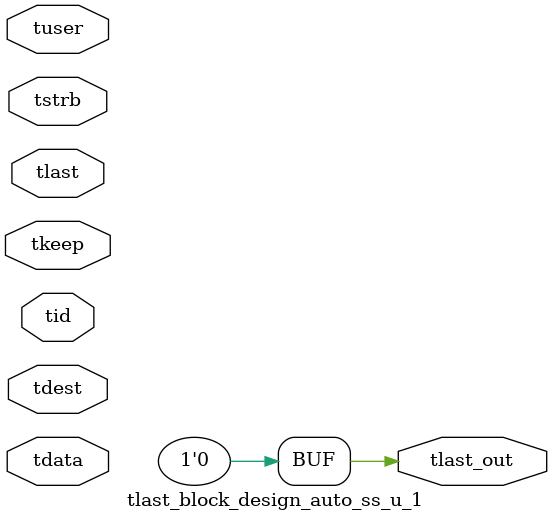
<source format=v>


`timescale 1ps/1ps

module tlast_block_design_auto_ss_u_1 #
(
parameter C_S_AXIS_TID_WIDTH   = 1,
parameter C_S_AXIS_TUSER_WIDTH = 0,
parameter C_S_AXIS_TDATA_WIDTH = 0,
parameter C_S_AXIS_TDEST_WIDTH = 0
)
(
input  [(C_S_AXIS_TID_WIDTH   == 0 ? 1 : C_S_AXIS_TID_WIDTH)-1:0       ] tid,
input  [(C_S_AXIS_TDATA_WIDTH == 0 ? 1 : C_S_AXIS_TDATA_WIDTH)-1:0     ] tdata,
input  [(C_S_AXIS_TUSER_WIDTH == 0 ? 1 : C_S_AXIS_TUSER_WIDTH)-1:0     ] tuser,
input  [(C_S_AXIS_TDEST_WIDTH == 0 ? 1 : C_S_AXIS_TDEST_WIDTH)-1:0     ] tdest,
input  [(C_S_AXIS_TDATA_WIDTH/8)-1:0 ] tkeep,
input  [(C_S_AXIS_TDATA_WIDTH/8)-1:0 ] tstrb,
input  [0:0]                                                             tlast,
output                                                                   tlast_out
);

assign tlast_out = {1'b0};

endmodule


</source>
